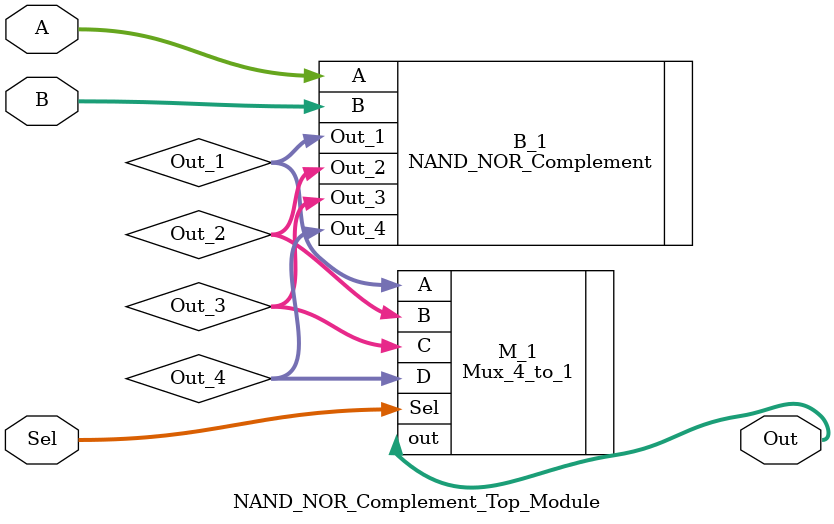
<source format=v>
module NAND_NOR_Complement_Top_Module (
   input [3:0] A , B , 
   input [1:0] Sel , 
   output [3:0] Out 
);

wire [3:0] Out_1 , Out_2 , Out_3 , Out_4 ;  

NAND_NOR_Complement B_1 ( .A( A ) ,
                      .B( B ) , 
                      .Out_1( Out_1 ) ,
                      .Out_2( Out_2 ) ,
                      .Out_3( Out_3 ) ,
                      .Out_4( Out_4 )  
);

Mux_4_to_1 M_1 (.A   ( Out_1 )  ,
                .B   ( Out_2 ) ,
                .C   ( Out_3 ) ,
                .D   ( Out_4 )  ,
                .Sel ( Sel ) ,
                .out (Out) 
               ) ;

endmodule

</source>
